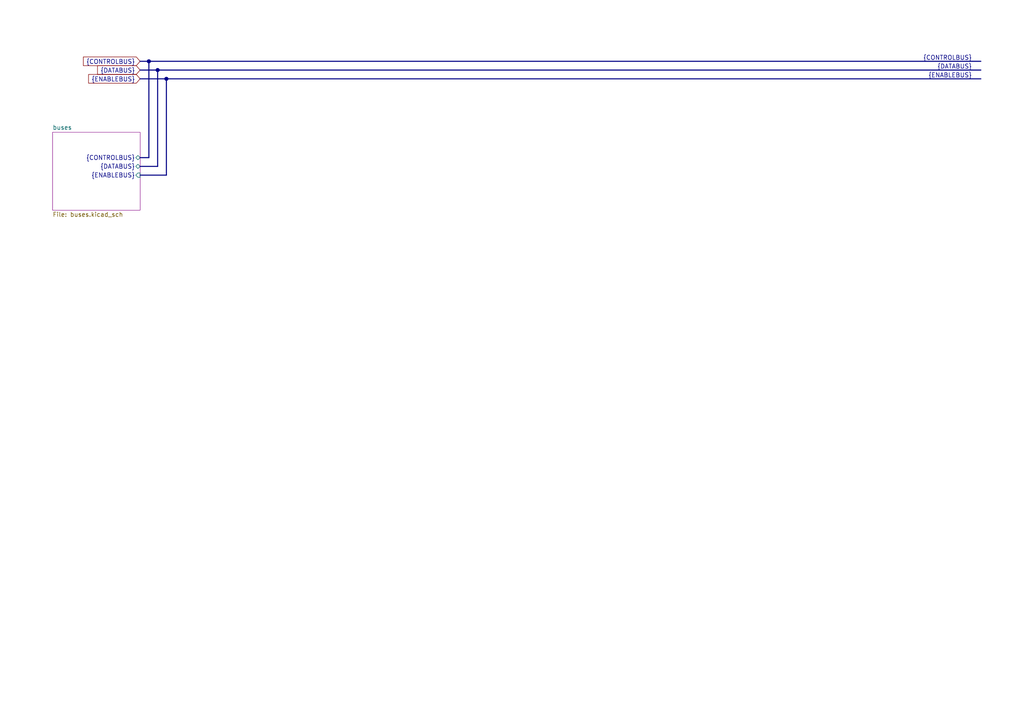
<source format=kicad_sch>
(kicad_sch (version 20211123) (generator eeschema)
  (paper "A4")
  (lib_symbols)
  (bus_alias "ENABLEBUS" (members "~{EN[0..15]}"))
  (bus_alias "DATABUS" (members "D[0..7]" "DZ[0..7]"))
  (bus_alias "CONTROLBUS" (members "TASTART" "CNT" "SP" "PHI2" "~{FLAG}" "TOD" "TAPULSE" "TBPULSE" "TODIRQ" "~{IRQ}" "PB6ON" "PB7ON" "TAOUT" "TBOUT" "SPMODE" "TODIN" "ALARM" "ENABLE_NAND" "TARUNMODE" "~{RES}"))
  (junction (at 45.72 20.32) (diameter 1.016))
  (junction (at 43.18 17.78) (diameter 1.016))
  (junction (at 48.26 22.86) (diameter 1.016))
  (bus (pts (xy 48.26 22.86) (xy 284.48 22.86)))
  (bus (pts (xy 40.64 45.72) (xy 43.18 45.72)))
  (bus (pts (xy 40.64 50.8) (xy 48.26 50.8)))
  (bus (pts (xy 45.72 20.32) (xy 284.48 20.32)))
  (bus (pts (xy 40.64 48.26) (xy 45.72 48.26)))
  (bus (pts (xy 43.18 17.78) (xy 43.18 45.72)))
  (bus (pts (xy 43.18 17.78) (xy 284.48 17.78)))
  (bus (pts (xy 40.64 20.32) (xy 45.72 20.32)))
  (bus (pts (xy 48.26 50.8) (xy 48.26 22.86)))
  (bus (pts (xy 40.64 22.86) (xy 48.26 22.86)))
  (bus (pts (xy 45.72 48.26) (xy 45.72 20.32)))
  (bus (pts (xy 40.64 17.78) (xy 43.18 17.78)))
  (label "{CONTROLBUS}" (at 281.94 17.78 180))
  (label "{ENABLEBUS}" (at 281.94 22.86 180))
  (label "{DATABUS}" (at 281.94 20.32 180))
  (global_label "{ENABLEBUS}" (shape input) (at 40.64 22.86 180) (property "Intersheet References" "${INTERSHEET_REFS}" (effects hide)))
  (global_label "{DATABUS}" (shape input) (at 40.64 20.32 180) (property "Intersheet References" "${INTERSHEET_REFS}" (effects hide)))
  (global_label "{CONTROLBUS}" (shape input) (at 40.64 17.78 180) (property "Intersheet References" "${INTERSHEET_REFS}" (effects hide)))
  (sheet (at 15.24 38.354) (size 25.4 22.606) (stroke (width 0.001) (color 132 0 132 1)) (fill (color 255 255 255 0.0000))
    (property "Sheet name" "buses" (at 15.24 37.7181 0) (effects (justify left bottom)))
    (property "Sheet file" "buses.kicad_sch" (at 15.24 61.4689 0) (effects (justify left top)))
    (pin "{CONTROLBUS}" bidirectional (at 40.64 45.72 0))
    (pin "{DATABUS}" bidirectional (at 40.64 48.26 0))
    (pin "{ENABLEBUS}" input (at 40.64 50.8 0))
  )
)
</source>
